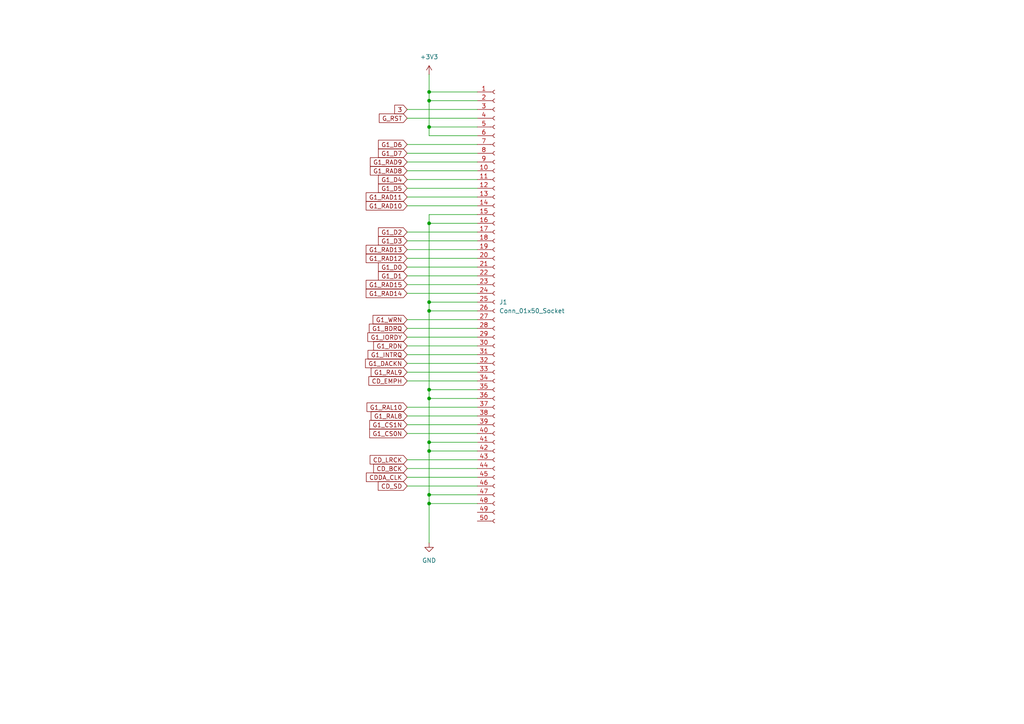
<source format=kicad_sch>
(kicad_sch (version 20231120) (generator "eeschema") (generator_version "8.0")
  (paper "A4")
  (lib_symbols
    (symbol "Connector:Conn_01x50_Socket" (pin_names (offset 1.016) hide)
      (property "Reference" "J" (at 0 63.5 0))
      (property "Value" "Conn_01x50_Socket" (at 0 -66.04 0))
      (symbol "Conn_01x50_Socket_1_1"
        (arc (start 0 -62.992) (mid -0.5058 -63.5) (end 0 -64.008) (stroke (width 0.1524)))
        (arc (start 0 -60.452) (mid -0.5058 -60.96) (end 0 -61.468) (stroke (width 0.1524)))
        (arc (start 0 -57.912) (mid -0.5058 -58.42) (end 0 -58.928) (stroke (width 0.1524)))
        (arc (start 0 -55.372) (mid -0.5058 -55.88) (end 0 -56.388) (stroke (width 0.1524)))
        (arc (start 0 -52.832) (mid -0.5058 -53.34) (end 0 -53.848) (stroke (width 0.1524)))
        (arc (start 0 -50.292) (mid -0.5058 -50.8) (end 0 -51.308) (stroke (width 0.1524)))
        (arc (start 0 -47.752) (mid -0.5058 -48.26) (end 0 -48.768) (stroke (width 0.1524)))
        (arc (start 0 -45.212) (mid -0.5058 -45.72) (end 0 -46.228) (stroke (width 0.1524)))
        (arc (start 0 -42.672) (mid -0.5058 -43.18) (end 0 -43.688) (stroke (width 0.1524)))
        (arc (start 0 -40.132) (mid -0.5058 -40.64) (end 0 -41.148) (stroke (width 0.1524)))
        (arc (start 0 -37.592) (mid -0.5058 -38.1) (end 0 -38.608) (stroke (width 0.1524)))
        (arc (start 0 -35.052) (mid -0.5058 -35.56) (end 0 -36.068) (stroke (width 0.1524)))
        (arc (start 0 -32.512) (mid -0.5058 -33.02) (end 0 -33.528) (stroke (width 0.1524)))
        (arc (start 0 -29.972) (mid -0.5058 -30.48) (end 0 -30.988) (stroke (width 0.1524)))
        (arc (start 0 -27.432) (mid -0.5058 -27.94) (end 0 -28.448) (stroke (width 0.1524)))
        (arc (start 0 -24.892) (mid -0.5058 -25.4) (end 0 -25.908) (stroke (width 0.1524)))
        (arc (start 0 -22.352) (mid -0.5058 -22.86) (end 0 -23.368) (stroke (width 0.1524)))
        (arc (start 0 -19.812) (mid -0.5058 -20.32) (end 0 -20.828) (stroke (width 0.1524)))
        (arc (start 0 -17.272) (mid -0.5058 -17.78) (end 0 -18.288) (stroke (width 0.1524)))
        (arc (start 0 -14.732) (mid -0.5058 -15.24) (end 0 -15.748) (stroke (width 0.1524)))
        (arc (start 0 -12.192) (mid -0.5058 -12.7) (end 0 -13.208) (stroke (width 0.1524)))
        (arc (start 0 -9.652) (mid -0.5058 -10.16) (end 0 -10.668) (stroke (width 0.1524)))
        (arc (start 0 -7.112) (mid -0.5058 -7.62) (end 0 -8.128) (stroke (width 0.1524)))
        (arc (start 0 -4.572) (mid -0.5058 -5.08) (end 0 -5.588) (stroke (width 0.1524)))
        (arc (start 0 -2.032) (mid -0.5058 -2.54) (end 0 -3.048) (stroke (width 0.1524)))
        (polyline (pts (xy -1.27 -63.5) (xy -0.508 -63.5)) (stroke (width 0.1524)))
        (polyline (pts (xy -1.27 -60.96) (xy -0.508 -60.96)) (stroke (width 0.1524)))
        (polyline (pts (xy -1.27 -58.42) (xy -0.508 -58.42)) (stroke (width 0.1524)))
        (polyline (pts (xy -1.27 -55.88) (xy -0.508 -55.88)) (stroke (width 0.1524)))
        (polyline (pts (xy -1.27 -53.34) (xy -0.508 -53.34)) (stroke (width 0.1524)))
        (polyline (pts (xy -1.27 -50.8) (xy -0.508 -50.8)) (stroke (width 0.1524)))
        (polyline (pts (xy -1.27 -48.26) (xy -0.508 -48.26)) (stroke (width 0.1524)))
        (polyline (pts (xy -1.27 -45.72) (xy -0.508 -45.72)) (stroke (width 0.1524)))
        (polyline (pts (xy -1.27 -43.18) (xy -0.508 -43.18)) (stroke (width 0.1524)))
        (polyline (pts (xy -1.27 -40.64) (xy -0.508 -40.64)) (stroke (width 0.1524)))
        (polyline (pts (xy -1.27 -38.1) (xy -0.508 -38.1)) (stroke (width 0.1524)))
        (polyline (pts (xy -1.27 -35.56) (xy -0.508 -35.56)) (stroke (width 0.1524)))
        (polyline (pts (xy -1.27 -33.02) (xy -0.508 -33.02)) (stroke (width 0.1524)))
        (polyline (pts (xy -1.27 -30.48) (xy -0.508 -30.48)) (stroke (width 0.1524)))
        (polyline (pts (xy -1.27 -27.94) (xy -0.508 -27.94)) (stroke (width 0.1524)))
        (polyline (pts (xy -1.27 -25.4) (xy -0.508 -25.4)) (stroke (width 0.1524)))
        (polyline (pts (xy -1.27 -22.86) (xy -0.508 -22.86)) (stroke (width 0.1524)))
        (polyline (pts (xy -1.27 -20.32) (xy -0.508 -20.32)) (stroke (width 0.1524)))
        (polyline (pts (xy -1.27 -17.78) (xy -0.508 -17.78)) (stroke (width 0.1524)))
        (polyline (pts (xy -1.27 -15.24) (xy -0.508 -15.24)) (stroke (width 0.1524)))
        (polyline (pts (xy -1.27 -12.7) (xy -0.508 -12.7)) (stroke (width 0.1524)))
        (polyline (pts (xy -1.27 -10.16) (xy -0.508 -10.16)) (stroke (width 0.1524)))
        (polyline (pts (xy -1.27 -7.62) (xy -0.508 -7.62)) (stroke (width 0.1524)))
        (polyline (pts (xy -1.27 -5.08) (xy -0.508 -5.08)) (stroke (width 0.1524)))
        (polyline (pts (xy -1.27 -2.54) (xy -0.508 -2.54)) (stroke (width 0.1524)))
        (polyline (pts (xy -1.27 0) (xy -0.508 0)) (stroke (width 0.1524)))
        (polyline (pts (xy -1.27 2.54) (xy -0.508 2.54)) (stroke (width 0.1524)))
        (polyline (pts (xy -1.27 5.08) (xy -0.508 5.08)) (stroke (width 0.1524)))
        (polyline (pts (xy -1.27 7.62) (xy -0.508 7.62)) (stroke (width 0.1524)))
        (polyline (pts (xy -1.27 10.16) (xy -0.508 10.16)) (stroke (width 0.1524)))
        (polyline (pts (xy -1.27 12.7) (xy -0.508 12.7)) (stroke (width 0.1524)))
        (polyline (pts (xy -1.27 15.24) (xy -0.508 15.24)) (stroke (width 0.1524)))
        (polyline (pts (xy -1.27 17.78) (xy -0.508 17.78)) (stroke (width 0.1524)))
        (polyline (pts (xy -1.27 20.32) (xy -0.508 20.32)) (stroke (width 0.1524)))
        (polyline (pts (xy -1.27 22.86) (xy -0.508 22.86)) (stroke (width 0.1524)))
        (polyline (pts (xy -1.27 25.4) (xy -0.508 25.4)) (stroke (width 0.1524)))
        (polyline (pts (xy -1.27 27.94) (xy -0.508 27.94)) (stroke (width 0.1524)))
        (polyline (pts (xy -1.27 30.48) (xy -0.508 30.48)) (stroke (width 0.1524)))
        (polyline (pts (xy -1.27 33.02) (xy -0.508 33.02)) (stroke (width 0.1524)))
        (polyline (pts (xy -1.27 35.56) (xy -0.508 35.56)) (stroke (width 0.1524)))
        (polyline (pts (xy -1.27 38.1) (xy -0.508 38.1)) (stroke (width 0.1524)))
        (polyline (pts (xy -1.27 40.64) (xy -0.508 40.64)) (stroke (width 0.1524)))
        (polyline (pts (xy -1.27 43.18) (xy -0.508 43.18)) (stroke (width 0.1524)))
        (polyline (pts (xy -1.27 45.72) (xy -0.508 45.72)) (stroke (width 0.1524)))
        (polyline (pts (xy -1.27 48.26) (xy -0.508 48.26)) (stroke (width 0.1524)))
        (polyline (pts (xy -1.27 50.8) (xy -0.508 50.8)) (stroke (width 0.1524)))
        (polyline (pts (xy -1.27 53.34) (xy -0.508 53.34)) (stroke (width 0.1524)))
        (polyline (pts (xy -1.27 55.88) (xy -0.508 55.88)) (stroke (width 0.1524)))
        (polyline (pts (xy -1.27 58.42) (xy -0.508 58.42)) (stroke (width 0.1524)))
        (polyline (pts (xy -1.27 60.96) (xy -0.508 60.96)) (stroke (width 0.1524)))
        (arc (start 0 0.508) (mid -0.5058 0) (end 0 -0.508) (stroke (width 0.1524)))
        (arc (start 0 3.048) (mid -0.5058 2.54) (end 0 2.032) (stroke (width 0.1524)))
        (arc (start 0 5.588) (mid -0.5058 5.08) (end 0 4.572) (stroke (width 0.1524)))
        (arc (start 0 8.128) (mid -0.5058 7.62) (end 0 7.112) (stroke (width 0.1524)))
        (arc (start 0 10.668) (mid -0.5058 10.16) (end 0 9.652) (stroke (width 0.1524)))
        (arc (start 0 13.208) (mid -0.5058 12.7) (end 0 12.192) (stroke (width 0.1524)))
        (arc (start 0 15.748) (mid -0.5058 15.24) (end 0 14.732) (stroke (width 0.1524)))
        (arc (start 0 18.288) (mid -0.5058 17.78) (end 0 17.272) (stroke (width 0.1524)))
        (arc (start 0 20.828) (mid -0.5058 20.32) (end 0 19.812) (stroke (width 0.1524)))
        (arc (start 0 23.368) (mid -0.5058 22.86) (end 0 22.352) (stroke (width 0.1524)))
        (arc (start 0 25.908) (mid -0.5058 25.4) (end 0 24.892) (stroke (width 0.1524)))
        (arc (start 0 28.448) (mid -0.5058 27.94) (end 0 27.432) (stroke (width 0.1524)))
        (arc (start 0 30.988) (mid -0.5058 30.48) (end 0 29.972) (stroke (width 0.1524)))
        (arc (start 0 33.528) (mid -0.5058 33.02) (end 0 32.512) (stroke (width 0.1524)))
        (arc (start 0 36.068) (mid -0.5058 35.56) (end 0 35.052) (stroke (width 0.1524)))
        (arc (start 0 38.608) (mid -0.5058 38.1) (end 0 37.592) (stroke (width 0.1524)))
        (arc (start 0 41.148) (mid -0.5058 40.64) (end 0 40.132) (stroke (width 0.1524)))
        (arc (start 0 43.688) (mid -0.5058 43.18) (end 0 42.672) (stroke (width 0.1524)))
        (arc (start 0 46.228) (mid -0.5058 45.72) (end 0 45.212) (stroke (width 0.1524)))
        (arc (start 0 48.768) (mid -0.5058 48.26) (end 0 47.752) (stroke (width 0.1524)))
        (arc (start 0 51.308) (mid -0.5058 50.8) (end 0 50.292) (stroke (width 0.1524)))
        (arc (start 0 53.848) (mid -0.5058 53.34) (end 0 52.832) (stroke (width 0.1524)))
        (arc (start 0 56.388) (mid -0.5058 55.88) (end 0 55.372) (stroke (width 0.1524)))
        (arc (start 0 58.928) (mid -0.5058 58.42) (end 0 57.912) (stroke (width 0.1524)))
        (arc (start 0 61.468) (mid -0.5058 60.96) (end 0 60.452) (stroke (width 0.1524)))
        (pin passive line (at -5.08 60.96 0) (length 3.81) (name "Pin_1") (number "1"))
        (pin passive line (at -5.08 38.1 0) (length 3.81) (name "Pin_10") (number "10"))
        (pin passive line (at -5.08 35.56 0) (length 3.81) (name "Pin_11") (number "11"))
        (pin passive line (at -5.08 33.02 0) (length 3.81) (name "Pin_12") (number "12"))
        (pin passive line (at -5.08 30.48 0) (length 3.81) (name "Pin_13") (number "13"))
        (pin passive line (at -5.08 27.94 0) (length 3.81) (name "Pin_14") (number "14"))
        (pin passive line (at -5.08 25.4 0) (length 3.81) (name "Pin_15") (number "15"))
        (pin passive line (at -5.08 22.86 0) (length 3.81) (name "Pin_16") (number "16"))
        (pin passive line (at -5.08 20.32 0) (length 3.81) (name "Pin_17") (number "17"))
        (pin passive line (at -5.08 17.78 0) (length 3.81) (name "Pin_18") (number "18"))
        (pin passive line (at -5.08 15.24 0) (length 3.81) (name "Pin_19") (number "19"))
        (pin passive line (at -5.08 58.42 0) (length 3.81) (name "Pin_2") (number "2"))
        (pin passive line (at -5.08 12.7 0) (length 3.81) (name "Pin_20") (number "20"))
        (pin passive line (at -5.08 10.16 0) (length 3.81) (name "Pin_21") (number "21"))
        (pin passive line (at -5.08 7.62 0) (length 3.81) (name "Pin_22") (number "22"))
        (pin passive line (at -5.08 5.08 0) (length 3.81) (name "Pin_23") (number "23"))
        (pin passive line (at -5.08 2.54 0) (length 3.81) (name "Pin_24") (number "24"))
        (pin passive line (at -5.08 0 0) (length 3.81) (name "Pin_25") (number "25"))
        (pin passive line (at -5.08 -2.54 0) (length 3.81) (name "Pin_26") (number "26"))
        (pin passive line (at -5.08 -5.08 0) (length 3.81) (name "Pin_27") (number "27"))
        (pin passive line (at -5.08 -7.62 0) (length 3.81) (name "Pin_28") (number "28"))
        (pin passive line (at -5.08 -10.16 0) (length 3.81) (name "Pin_29") (number "29"))
        (pin passive line (at -5.08 55.88 0) (length 3.81) (name "Pin_3") (number "3"))
        (pin passive line (at -5.08 -12.7 0) (length 3.81) (name "Pin_30") (number "30"))
        (pin passive line (at -5.08 -15.24 0) (length 3.81) (name "Pin_31") (number "31"))
        (pin passive line (at -5.08 -17.78 0) (length 3.81) (name "Pin_32") (number "32"))
        (pin passive line (at -5.08 -20.32 0) (length 3.81) (name "Pin_33") (number "33"))
        (pin passive line (at -5.08 -22.86 0) (length 3.81) (name "Pin_34") (number "34"))
        (pin passive line (at -5.08 -25.4 0) (length 3.81) (name "Pin_35") (number "35"))
        (pin passive line (at -5.08 -27.94 0) (length 3.81) (name "Pin_36") (number "36"))
        (pin passive line (at -5.08 -30.48 0) (length 3.81) (name "Pin_37") (number "37"))
        (pin passive line (at -5.08 -33.02 0) (length 3.81) (name "Pin_38") (number "38"))
        (pin passive line (at -5.08 -35.56 0) (length 3.81) (name "Pin_39") (number "39"))
        (pin passive line (at -5.08 53.34 0) (length 3.81) (name "Pin_4") (number "4"))
        (pin passive line (at -5.08 -38.1 0) (length 3.81) (name "Pin_40") (number "40"))
        (pin passive line (at -5.08 -40.64 0) (length 3.81) (name "Pin_41") (number "41"))
        (pin passive line (at -5.08 -43.18 0) (length 3.81) (name "Pin_42") (number "42"))
        (pin passive line (at -5.08 -45.72 0) (length 3.81) (name "Pin_43") (number "43"))
        (pin passive line (at -5.08 -48.26 0) (length 3.81) (name "Pin_44") (number "44"))
        (pin passive line (at -5.08 -50.8 0) (length 3.81) (name "Pin_45") (number "45"))
        (pin passive line (at -5.08 -53.34 0) (length 3.81) (name "Pin_46") (number "46"))
        (pin passive line (at -5.08 -55.88 0) (length 3.81) (name "Pin_47") (number "47"))
        (pin passive line (at -5.08 -58.42 0) (length 3.81) (name "Pin_48") (number "48"))
        (pin passive line (at -5.08 -60.96 0) (length 3.81) (name "Pin_49") (number "49"))
        (pin passive line (at -5.08 50.8 0) (length 3.81) (name "Pin_5") (number "5"))
        (pin passive line (at -5.08 -63.5 0) (length 3.81) (name "Pin_50") (number "50"))
        (pin passive line (at -5.08 48.26 0) (length 3.81) (name "Pin_6") (number "6"))
        (pin passive line (at -5.08 45.72 0) (length 3.81) (name "Pin_7") (number "7"))
        (pin passive line (at -5.08 43.18 0) (length 3.81) (name "Pin_8") (number "8"))
        (pin passive line (at -5.08 40.64 0) (length 3.81) (name "Pin_9") (number "9"))
      )
    )
    (symbol "power:+3V3" (power) (pin_numbers hide) (pin_names (offset 0) hide)
      (property "Value" "+3V3" (at 0 3.556 0))
      (symbol "+3V3_0_1"
        (polyline (pts (xy -0.762 1.27) (xy 0 2.54)))
        (polyline (pts (xy 0 0) (xy 0 2.54)))
        (polyline (pts (xy 0 2.54) (xy 0.762 1.27)))
      )
      (symbol "+3V3_1_1"
        (pin power_in line (at 0 0 90) (length 0) (name "~") (number "1"))
      )
    )
    (symbol "power:GND" (power) (pin_numbers hide) (pin_names (offset 0) hide)
      (property "Value" "GND" (at 0 -3.81 0))
      (symbol "GND_0_1"
        (polyline (pts (xy 0 0) (xy 0 -1.27) (xy 1.27 -1.27) (xy 0 -2.54) (xy -1.27 -1.27) (xy 0 -1.27)))
      )
      (symbol "GND_1_1"
        (pin power_in line (at 0 0 270) (length 0) (name "~") (number "1"))
      )
    )
  )
  (junction (at 124.46 115.57))
  (junction (at 124.46 146.05))
  (junction (at 124.46 143.51))
  (junction (at 124.46 29.21))
  (junction (at 124.46 87.63))
  (junction (at 124.46 130.81))
  (junction (at 124.46 128.27))
  (junction (at 124.46 113.03))
  (junction (at 124.46 90.17))
  (junction (at 124.46 64.77))
  (junction (at 124.46 36.83))
  (junction (at 124.46 26.67))
  (wire (pts (xy 118.11 97.79) (xy 138.43 97.79)))
  (wire (pts (xy 118.11 100.33) (xy 138.43 100.33)))
  (wire (pts (xy 118.11 44.45) (xy 138.43 44.45)))
  (wire (pts (xy 118.11 102.87) (xy 138.43 102.87)))
  (wire (pts (xy 138.43 128.27) (xy 124.46 128.27)))
  (wire (pts (xy 118.11 69.85) (xy 138.43 69.85)))
  (wire (pts (xy 118.11 80.01) (xy 138.43 80.01)))
  (wire (pts (xy 118.11 135.89) (xy 138.43 135.89)))
  (wire (pts (xy 118.11 110.49) (xy 138.43 110.49)))
  (wire (pts (xy 124.46 29.21) (xy 124.46 26.67)))
  (wire (pts (xy 138.43 36.83) (xy 124.46 36.83)))
  (wire (pts (xy 138.43 87.63) (xy 124.46 87.63)))
  (wire (pts (xy 118.11 82.55) (xy 138.43 82.55)))
  (wire (pts (xy 118.11 138.43) (xy 138.43 138.43)))
  (wire (pts (xy 118.11 31.75) (xy 138.43 31.75)))
  (wire (pts (xy 118.11 49.53) (xy 138.43 49.53)))
  (wire (pts (xy 124.46 130.81) (xy 124.46 143.51)))
  (wire (pts (xy 118.11 41.91) (xy 138.43 41.91)))
  (wire (pts (xy 124.46 26.67) (xy 124.46 21.59)))
  (wire (pts (xy 124.46 39.37) (xy 124.46 36.83)))
  (wire (pts (xy 118.11 54.61) (xy 138.43 54.61)))
  (wire (pts (xy 124.46 90.17) (xy 124.46 113.03)))
  (wire (pts (xy 124.46 143.51) (xy 124.46 146.05)))
  (wire (pts (xy 138.43 26.67) (xy 124.46 26.67)))
  (wire (pts (xy 124.46 113.03) (xy 124.46 115.57)))
  (wire (pts (xy 118.11 123.19) (xy 138.43 123.19)))
  (wire (pts (xy 138.43 143.51) (xy 124.46 143.51)))
  (wire (pts (xy 138.43 29.21) (xy 124.46 29.21)))
  (wire (pts (xy 124.46 115.57) (xy 124.46 128.27)))
  (wire (pts (xy 118.11 118.11) (xy 138.43 118.11)))
  (wire (pts (xy 138.43 62.23) (xy 124.46 62.23)))
  (wire (pts (xy 118.11 74.93) (xy 138.43 74.93)))
  (wire (pts (xy 118.11 77.47) (xy 138.43 77.47)))
  (wire (pts (xy 118.11 72.39) (xy 138.43 72.39)))
  (wire (pts (xy 118.11 34.29) (xy 138.43 34.29)))
  (wire (pts (xy 118.11 46.99) (xy 138.43 46.99)))
  (wire (pts (xy 118.11 105.41) (xy 138.43 105.41)))
  (wire (pts (xy 138.43 64.77) (xy 124.46 64.77)))
  (wire (pts (xy 124.46 146.05) (xy 138.43 146.05)))
  (wire (pts (xy 118.11 133.35) (xy 138.43 133.35)))
  (wire (pts (xy 118.11 59.69) (xy 138.43 59.69)))
  (wire (pts (xy 124.46 128.27) (xy 124.46 130.81)))
  (wire (pts (xy 118.11 92.71) (xy 138.43 92.71)))
  (wire (pts (xy 118.11 85.09) (xy 138.43 85.09)))
  (wire (pts (xy 118.11 125.73) (xy 138.43 125.73)))
  (wire (pts (xy 118.11 140.97) (xy 138.43 140.97)))
  (wire (pts (xy 124.46 157.48) (xy 124.46 146.05)))
  (wire (pts (xy 118.11 95.25) (xy 138.43 95.25)))
  (wire (pts (xy 124.46 87.63) (xy 124.46 90.17)))
  (wire (pts (xy 118.11 67.31) (xy 138.43 67.31)))
  (wire (pts (xy 138.43 113.03) (xy 124.46 113.03)))
  (wire (pts (xy 124.46 64.77) (xy 124.46 87.63)))
  (wire (pts (xy 118.11 57.15) (xy 138.43 57.15)))
  (wire (pts (xy 138.43 90.17) (xy 124.46 90.17)))
  (wire (pts (xy 138.43 39.37) (xy 124.46 39.37)))
  (wire (pts (xy 138.43 130.81) (xy 124.46 130.81)))
  (wire (pts (xy 138.43 115.57) (xy 124.46 115.57)))
  (wire (pts (xy 124.46 62.23) (xy 124.46 64.77)))
  (wire (pts (xy 118.11 107.95) (xy 138.43 107.95)))
  (wire (pts (xy 118.11 52.07) (xy 138.43 52.07)))
  (wire (pts (xy 118.11 120.65) (xy 138.43 120.65)))
  (wire (pts (xy 124.46 36.83) (xy 124.46 29.21)))
  (global_label "G_RST" (shape input) (at 118.11 34.29 180) (property "Intersheetrefs" "${INTERSHEET_REFS}" (effects (hide yes))))
  (global_label "G1_D7" (shape input) (at 118.11 44.45 180) (property "Intersheetrefs" "${INTERSHEET_REFS}" (effects (hide yes))))
  (global_label "G1_RAD10" (shape input) (at 118.11 59.69 180) (property "Intersheetrefs" "${INTERSHEET_REFS}" (effects (hide yes))))
  (global_label "G1_BDRQ" (shape input) (at 118.11 95.25 180) (property "Intersheetrefs" "${INTERSHEET_REFS}" (effects (hide yes))))
  (global_label "G1_CS0N" (shape input) (at 118.11 125.73 180) (property "Intersheetrefs" "${INTERSHEET_REFS}" (effects (hide yes))))
  (global_label "3" (shape input) (at 118.11 31.75 180) (property "Intersheetrefs" "${INTERSHEET_REFS}" (effects (hide yes))))
  (global_label "G1_RAL9" (shape input) (at 118.11 107.95 180) (property "Intersheetrefs" "${INTERSHEET_REFS}" (effects (hide yes))))
  (global_label "G1_WRN" (shape input) (at 118.11 92.71 180) (property "Intersheetrefs" "${INTERSHEET_REFS}" (effects (hide yes))))
  (global_label "CD_EMPH" (shape input) (at 118.11 110.49 180) (property "Intersheetrefs" "${INTERSHEET_REFS}" (effects (hide yes))))
  (global_label "G1_CS1N" (shape input) (at 118.11 123.19 180) (property "Intersheetrefs" "${INTERSHEET_REFS}" (effects (hide yes))))
  (global_label "G1_RDN" (shape input) (at 118.11 100.33 180) (property "Intersheetrefs" "${INTERSHEET_REFS}" (effects (hide yes))))
  (global_label "G1_D2" (shape input) (at 118.11 67.31 180) (property "Intersheetrefs" "${INTERSHEET_REFS}" (effects (hide yes))))
  (global_label "G1_RAL8" (shape input) (at 118.11 120.65 180) (property "Intersheetrefs" "${INTERSHEET_REFS}" (effects (hide yes))))
  (global_label "G1_IORDY" (shape input) (at 118.11 97.79 180) (property "Intersheetrefs" "${INTERSHEET_REFS}" (effects (hide yes))))
  (global_label "G1_RAD15" (shape input) (at 118.11 82.55 180) (property "Intersheetrefs" "${INTERSHEET_REFS}" (effects (hide yes))))
  (global_label "G1_D3" (shape input) (at 118.11 69.85 180) (property "Intersheetrefs" "${INTERSHEET_REFS}" (effects (hide yes))))
  (global_label "CD_BCK" (shape input) (at 118.11 135.89 180) (property "Intersheetrefs" "${INTERSHEET_REFS}" (effects (hide yes))))
  (global_label "G1_RAD12" (shape input) (at 118.11 74.93 180) (property "Intersheetrefs" "${INTERSHEET_REFS}" (effects (hide yes))))
  (global_label "G1_DACKN" (shape input) (at 118.11 105.41 180) (property "Intersheetrefs" "${INTERSHEET_REFS}" (effects (hide yes))))
  (global_label "G1_INTRQ" (shape input) (at 118.11 102.87 180) (property "Intersheetrefs" "${INTERSHEET_REFS}" (effects (hide yes))))
  (global_label "G1_D5" (shape input) (at 118.11 54.61 180) (property "Intersheetrefs" "${INTERSHEET_REFS}" (effects (hide yes))))
  (global_label "G1_RAD8" (shape input) (at 118.11 49.53 180) (property "Intersheetrefs" "${INTERSHEET_REFS}" (effects (hide yes))))
  (global_label "G1_RAD13" (shape input) (at 118.11 72.39 180) (property "Intersheetrefs" "${INTERSHEET_REFS}" (effects (hide yes))))
  (global_label "G1_RAL10" (shape input) (at 118.11 118.11 180) (property "Intersheetrefs" "${INTERSHEET_REFS}" (effects (hide yes))))
  (global_label "G1_RAD9" (shape input) (at 118.11 46.99 180) (property "Intersheetrefs" "${INTERSHEET_REFS}" (effects (hide yes))))
  (global_label "G1_RAD11" (shape input) (at 118.11 57.15 180) (property "Intersheetrefs" "${INTERSHEET_REFS}" (effects (hide yes))))
  (global_label "CD_LRCK" (shape input) (at 118.11 133.35 180) (property "Intersheetrefs" "${INTERSHEET_REFS}" (effects (hide yes))))
  (global_label "G1_D6" (shape input) (at 118.11 41.91 180) (property "Intersheetrefs" "${INTERSHEET_REFS}" (effects (hide yes))))
  (global_label "CDDA_CLK" (shape input) (at 118.11 138.43 180) (property "Intersheetrefs" "${INTERSHEET_REFS}" (effects (hide yes))))
  (global_label "G1_D0" (shape input) (at 118.11 77.47 180) (property "Intersheetrefs" "${INTERSHEET_REFS}" (effects (hide yes))))
  (global_label "G1_D4" (shape input) (at 118.11 52.07 180) (property "Intersheetrefs" "${INTERSHEET_REFS}" (effects (hide yes))))
  (global_label "G1_RAD14" (shape input) (at 118.11 85.09 180) (property "Intersheetrefs" "${INTERSHEET_REFS}" (effects (hide yes))))
  (global_label "G1_D1" (shape input) (at 118.11 80.01 180) (property "Intersheetrefs" "${INTERSHEET_REFS}" (effects (hide yes))))
  (global_label "CD_SD" (shape input) (at 118.11 140.97 180) (property "Intersheetrefs" "${INTERSHEET_REFS}" (effects (hide yes))))
  (symbol (lib_id "power:+3V3") (at 124.46 21.59 0) (unit 1)
    (property "Reference" "#PWR01" (effects (hide yes)))
    (property "Value" "+3V3" (at 124.46 16.51 0))
    (property "Description" "Power symbol creates a global label with name \"+3V3\"" (effects (hide yes)))
  )
  (symbol (lib_id "Connector:Conn_01x50_Socket") (at 143.51 87.63 0) (unit 1)
    (property "Reference" "J1" (at 144.78 87.6299 0) (effects (justify left)))
    (property "Value" "Conn_01x50_Socket" (at 144.78 90.1699 0) (effects (justify left)))
    (property "Footprint" "gdemu_ffc:CON01205_50_MOL_650876" (effects (hide yes)))
    (property "Description" "\"Generic connector, single row, 01x50, script generated\"" (effects (hide yes)))
  )
  (symbol (lib_id "power:GND") (at 124.46 157.48 0) (unit 1)
    (property "Reference" "#PWR02" (effects (hide yes)))
    (property "Value" "GND" (at 124.46 162.56 0))
    (property "Description" "Power symbol creates a global label with name \"GND\" , ground" (effects (hide yes)))
  )
)
</source>
